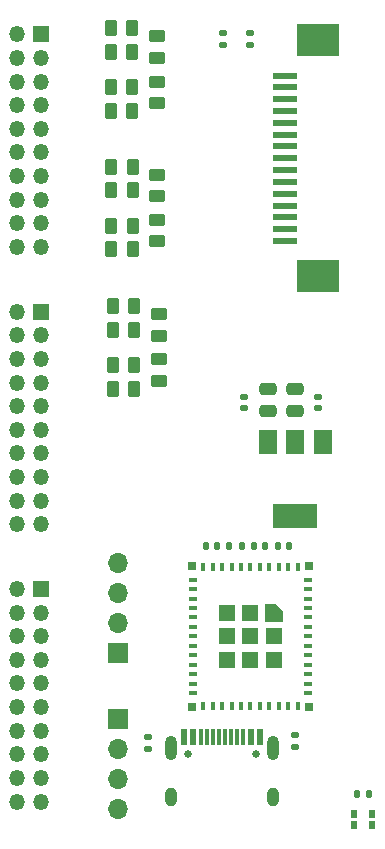
<source format=gts>
%TF.GenerationSoftware,KiCad,Pcbnew,6.0.4-6f826c9f35~116~ubuntu18.04.1*%
%TF.CreationDate,2022-06-27T14:44:09+00:00*%
%TF.ProjectId,zynq-mipi,7a796e71-2d6d-4697-9069-2e6b69636164,rev?*%
%TF.SameCoordinates,Original*%
%TF.FileFunction,Soldermask,Top*%
%TF.FilePolarity,Negative*%
%FSLAX46Y46*%
G04 Gerber Fmt 4.6, Leading zero omitted, Abs format (unit mm)*
G04 Created by KiCad (PCBNEW 6.0.4-6f826c9f35~116~ubuntu18.04.1) date 2022-06-27 14:44:09*
%MOMM*%
%LPD*%
G01*
G04 APERTURE LIST*
G04 Aperture macros list*
%AMRoundRect*
0 Rectangle with rounded corners*
0 $1 Rounding radius*
0 $2 $3 $4 $5 $6 $7 $8 $9 X,Y pos of 4 corners*
0 Add a 4 corners polygon primitive as box body*
4,1,4,$2,$3,$4,$5,$6,$7,$8,$9,$2,$3,0*
0 Add four circle primitives for the rounded corners*
1,1,$1+$1,$2,$3*
1,1,$1+$1,$4,$5*
1,1,$1+$1,$6,$7*
1,1,$1+$1,$8,$9*
0 Add four rect primitives between the rounded corners*
20,1,$1+$1,$2,$3,$4,$5,0*
20,1,$1+$1,$4,$5,$6,$7,0*
20,1,$1+$1,$6,$7,$8,$9,0*
20,1,$1+$1,$8,$9,$2,$3,0*%
%AMFreePoly0*
4,1,6,0.725000,-0.725000,-0.725000,-0.725000,-0.725000,0.125000,-0.125000,0.725000,0.725000,0.725000,0.725000,-0.725000,0.725000,-0.725000,$1*%
G04 Aperture macros list end*
%ADD10RoundRect,0.250000X0.475000X-0.250000X0.475000X0.250000X-0.475000X0.250000X-0.475000X-0.250000X0*%
%ADD11RoundRect,0.140000X0.170000X-0.140000X0.170000X0.140000X-0.170000X0.140000X-0.170000X-0.140000X0*%
%ADD12RoundRect,0.250000X-0.262500X-0.450000X0.262500X-0.450000X0.262500X0.450000X-0.262500X0.450000X0*%
%ADD13RoundRect,0.250000X0.262500X0.450000X-0.262500X0.450000X-0.262500X-0.450000X0.262500X-0.450000X0*%
%ADD14RoundRect,0.250000X0.450000X-0.262500X0.450000X0.262500X-0.450000X0.262500X-0.450000X-0.262500X0*%
%ADD15R,1.500000X2.000000*%
%ADD16R,3.800000X2.000000*%
%ADD17R,1.350000X1.350000*%
%ADD18O,1.350000X1.350000*%
%ADD19R,0.400000X0.800000*%
%ADD20R,0.800000X0.400000*%
%ADD21R,1.450000X1.450000*%
%ADD22R,0.700000X0.700000*%
%ADD23FreePoly0,270.000000*%
%ADD24R,1.700000X1.700000*%
%ADD25O,1.700000X1.700000*%
%ADD26R,0.600000X0.700000*%
%ADD27RoundRect,0.135000X-0.185000X0.135000X-0.185000X-0.135000X0.185000X-0.135000X0.185000X0.135000X0*%
%ADD28R,2.000000X0.610000*%
%ADD29R,3.600000X2.680000*%
%ADD30C,0.650000*%
%ADD31R,0.600000X1.450000*%
%ADD32R,0.300000X1.450000*%
%ADD33O,1.000000X1.600000*%
%ADD34O,1.000000X2.100000*%
%ADD35RoundRect,0.140000X0.140000X0.170000X-0.140000X0.170000X-0.140000X-0.170000X0.140000X-0.170000X0*%
%ADD36RoundRect,0.140000X-0.140000X-0.170000X0.140000X-0.170000X0.140000X0.170000X-0.140000X0.170000X0*%
%ADD37RoundRect,0.135000X0.135000X0.185000X-0.135000X0.185000X-0.135000X-0.185000X0.135000X-0.185000X0*%
G04 APERTURE END LIST*
D10*
%TO.C,C1*%
X155795500Y-93853000D03*
X155795500Y-91953000D03*
%TD*%
D11*
%TO.C,C2*%
X153763500Y-93558000D03*
X153763500Y-92598000D03*
%TD*%
D10*
%TO.C,C3*%
X158081500Y-93853000D03*
X158081500Y-91953000D03*
%TD*%
D11*
%TO.C,C4*%
X159986500Y-93558000D03*
X159986500Y-92598000D03*
%TD*%
D12*
%TO.C,R3*%
X142602000Y-84938000D03*
X144427000Y-84938000D03*
%TD*%
D13*
%TO.C,R4*%
X144427000Y-86938000D03*
X142602000Y-86938000D03*
%TD*%
D14*
%TO.C,R5*%
X146514500Y-87438000D03*
X146514500Y-85613000D03*
%TD*%
%TO.C,R6*%
X146514500Y-91263000D03*
X146514500Y-89438000D03*
%TD*%
D13*
%TO.C,R7*%
X144427000Y-89938000D03*
X142602000Y-89938000D03*
%TD*%
%TO.C,R8*%
X144427000Y-91938000D03*
X142602000Y-91938000D03*
%TD*%
D12*
%TO.C,R9*%
X142453001Y-61430499D03*
X144278001Y-61430499D03*
%TD*%
D13*
%TO.C,R10*%
X144278001Y-63430499D03*
X142453001Y-63430499D03*
%TD*%
D14*
%TO.C,R11*%
X146365501Y-63930499D03*
X146365501Y-62105499D03*
%TD*%
%TO.C,R12*%
X146365501Y-67755499D03*
X146365501Y-65930499D03*
%TD*%
D13*
%TO.C,R13*%
X144278001Y-66430499D03*
X142453001Y-66430499D03*
%TD*%
%TO.C,R14*%
X144278001Y-68430499D03*
X142453001Y-68430499D03*
%TD*%
D12*
%TO.C,R15*%
X142480001Y-73128499D03*
X144305001Y-73128499D03*
%TD*%
D13*
%TO.C,R16*%
X144305001Y-75128499D03*
X142480001Y-75128499D03*
%TD*%
D14*
%TO.C,R17*%
X146392501Y-75628499D03*
X146392501Y-73803499D03*
%TD*%
%TO.C,R18*%
X146392501Y-79453499D03*
X146392501Y-77628499D03*
%TD*%
D13*
%TO.C,R19*%
X144305001Y-78128499D03*
X142480001Y-78128499D03*
%TD*%
%TO.C,R20*%
X144305001Y-80128499D03*
X142480001Y-80128499D03*
%TD*%
D15*
%TO.C,U1*%
X160381500Y-96418000D03*
X158081500Y-96418000D03*
D16*
X158081500Y-102718000D03*
D15*
X155781500Y-96418000D03*
%TD*%
D17*
%TO.C,J4*%
X136514500Y-61938000D03*
D18*
X134514500Y-61938000D03*
X136514500Y-63938000D03*
X134514500Y-63938000D03*
X136514500Y-65938000D03*
X134514500Y-65938000D03*
X136514500Y-67938000D03*
X134514500Y-67938000D03*
X136514500Y-69938000D03*
X134514500Y-69938000D03*
X136514500Y-71938000D03*
X134514500Y-71938000D03*
X136514500Y-73938000D03*
X134514500Y-73938000D03*
X136514500Y-75938000D03*
X134514500Y-75938000D03*
X136514500Y-77938000D03*
X134514500Y-77938000D03*
X136514500Y-79938000D03*
X134514500Y-79938000D03*
%TD*%
D19*
%TO.C,U2*%
X158271500Y-107003000D03*
X157471500Y-107003000D03*
X156671500Y-107003000D03*
X155871500Y-107003000D03*
X155071500Y-107003000D03*
X154271500Y-107003000D03*
X153471500Y-107003000D03*
X152671500Y-107003000D03*
X151871500Y-107003000D03*
X151071500Y-107003000D03*
X150271500Y-107003000D03*
D20*
X149371500Y-108103000D03*
X149371500Y-108903000D03*
X149371500Y-109703000D03*
X149371500Y-110503000D03*
X149371500Y-111303000D03*
X149371500Y-112103000D03*
X149371500Y-112903000D03*
X149371500Y-113703000D03*
X149371500Y-114503000D03*
X149371500Y-115303000D03*
X149371500Y-116103000D03*
X149371500Y-116903000D03*
X149371500Y-117703000D03*
D19*
X150271500Y-118803000D03*
X151071500Y-118803000D03*
X151871500Y-118803000D03*
X152671500Y-118803000D03*
X153471500Y-118803000D03*
X154271500Y-118803000D03*
X155071500Y-118803000D03*
X155871500Y-118803000D03*
X156671500Y-118803000D03*
X157471500Y-118803000D03*
X158271500Y-118803000D03*
D20*
X159171500Y-117703000D03*
X159171500Y-108903000D03*
D21*
X152296500Y-114878000D03*
D22*
X159221500Y-106953000D03*
D21*
X154271500Y-114878000D03*
D20*
X159171500Y-115303000D03*
D21*
X152296500Y-110928000D03*
D22*
X149321500Y-106953000D03*
D20*
X159171500Y-114503000D03*
X159171500Y-113703000D03*
D22*
X159221500Y-118853000D03*
D20*
X159171500Y-111303000D03*
X159171500Y-116103000D03*
D21*
X152296500Y-112903000D03*
X156246500Y-112903000D03*
X154271500Y-110928000D03*
D20*
X159171500Y-112103000D03*
D21*
X156246500Y-114878000D03*
D22*
X149321500Y-118853000D03*
D20*
X159171500Y-108103000D03*
X159171500Y-116903000D03*
X159171500Y-109703000D03*
X159171500Y-110503000D03*
X159171500Y-112903000D03*
D23*
X156246500Y-110928000D03*
D21*
X154271500Y-112903000D03*
%TD*%
D24*
%TO.C,J2*%
X143095500Y-114290000D03*
D25*
X143095500Y-111750000D03*
X143095500Y-109210000D03*
X143095500Y-106670000D03*
%TD*%
D17*
%TO.C,J5*%
X136514500Y-85413000D03*
D18*
X134514500Y-85413000D03*
X136514500Y-87413000D03*
X134514500Y-87413000D03*
X136514500Y-89413000D03*
X134514500Y-89413000D03*
X136514500Y-91413000D03*
X134514500Y-91413000D03*
X136514500Y-93413000D03*
X134514500Y-93413000D03*
X136514500Y-95413000D03*
X134514500Y-95413000D03*
X136514500Y-97413000D03*
X134514500Y-97413000D03*
X136514500Y-99413000D03*
X134514500Y-99413000D03*
X136514500Y-101413000D03*
X134514500Y-101413000D03*
X136514500Y-103413000D03*
X134514500Y-103413000D03*
%TD*%
D26*
%TO.C,D1*%
X163066500Y-128847000D03*
X164566500Y-128847000D03*
X164566500Y-127947000D03*
X163066500Y-127947000D03*
%TD*%
D27*
%TO.C,R2*%
X151985500Y-61847000D03*
X151985500Y-62867000D03*
%TD*%
D28*
%TO.C,J1*%
X157214500Y-79428000D03*
X157214500Y-78428000D03*
X157214500Y-77428000D03*
X157214500Y-76428000D03*
X157214500Y-75428000D03*
X157214500Y-74428000D03*
X157214500Y-73428000D03*
X157214500Y-72428000D03*
X157214500Y-71428000D03*
X157214500Y-70428000D03*
X157214500Y-69428000D03*
X157214500Y-68428000D03*
X157214500Y-67428000D03*
X157214500Y-66428000D03*
X157214500Y-65428000D03*
D29*
X160014500Y-62438000D03*
X160014500Y-82418000D03*
%TD*%
D30*
%TO.C,J3*%
X154748500Y-122876000D03*
X148968500Y-122876000D03*
D31*
X148608500Y-121431000D03*
X149408500Y-121431000D03*
D32*
X150608500Y-121431000D03*
X151608500Y-121431000D03*
X152108500Y-121431000D03*
X153108500Y-121431000D03*
D31*
X154308500Y-121431000D03*
X155108500Y-121431000D03*
X155108500Y-121431000D03*
X154308500Y-121431000D03*
D32*
X153608500Y-121431000D03*
X152608500Y-121431000D03*
X151108500Y-121431000D03*
X150108500Y-121431000D03*
D31*
X149408500Y-121431000D03*
X148608500Y-121431000D03*
D33*
X147538500Y-126526000D03*
X156178500Y-126526000D03*
D34*
X147538500Y-122346000D03*
X156178500Y-122346000D03*
%TD*%
D35*
%TO.C,C7*%
X155513500Y-105283000D03*
X154553500Y-105283000D03*
%TD*%
D36*
%TO.C,C6*%
X150489500Y-105283000D03*
X151449500Y-105283000D03*
%TD*%
D27*
%TO.C,R24*%
X158081500Y-121283000D03*
X158081500Y-122303000D03*
%TD*%
%TO.C,R23*%
X145635500Y-121412000D03*
X145635500Y-122432000D03*
%TD*%
D24*
%TO.C,J7*%
X143095500Y-119898000D03*
D25*
X143095500Y-122438000D03*
X143095500Y-124978000D03*
X143095500Y-127518000D03*
%TD*%
D37*
%TO.C,R22*%
X153511500Y-105283000D03*
X152491500Y-105283000D03*
%TD*%
%TO.C,R21*%
X164306500Y-126238000D03*
X163286500Y-126238000D03*
%TD*%
D17*
%TO.C,J6*%
X136514500Y-108888000D03*
D18*
X134514500Y-108888000D03*
X136514500Y-110888000D03*
X134514500Y-110888000D03*
X136514500Y-112888000D03*
X134514500Y-112888000D03*
X136514500Y-114888000D03*
X134514500Y-114888000D03*
X136514500Y-116888000D03*
X134514500Y-116888000D03*
X136514500Y-118888000D03*
X134514500Y-118888000D03*
X136514500Y-120888000D03*
X134514500Y-120888000D03*
X136514500Y-122888000D03*
X134514500Y-122888000D03*
X136514500Y-124888000D03*
X134514500Y-124888000D03*
X136514500Y-126888000D03*
X134514500Y-126888000D03*
%TD*%
D36*
%TO.C,C5*%
X156585500Y-105283000D03*
X157545500Y-105283000D03*
%TD*%
D27*
%TO.C,R1*%
X154271500Y-61847000D03*
X154271500Y-62867000D03*
%TD*%
M02*

</source>
